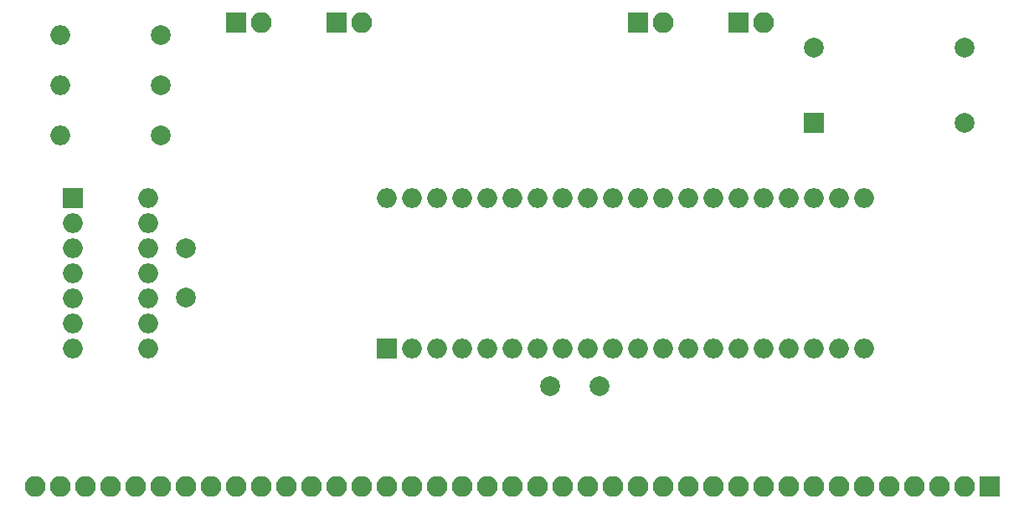
<source format=gts>
G04 #@! TF.FileFunction,Soldermask,Top*
%FSLAX46Y46*%
G04 Gerber Fmt 4.6, Leading zero omitted, Abs format (unit mm)*
G04 Created by KiCad (PCBNEW 4.0.6) date 05/15/17 21:37:23*
%MOMM*%
%LPD*%
G01*
G04 APERTURE LIST*
%ADD10C,0.100000*%
%ADD11R,2.100000X2.100000*%
%ADD12O,2.100000X2.100000*%
%ADD13C,2.000000*%
%ADD14O,2.000000X2.000000*%
%ADD15R,2.000000X2.000000*%
G04 APERTURE END LIST*
D10*
D11*
X190500000Y-139700000D03*
D12*
X187960000Y-139700000D03*
X185420000Y-139700000D03*
X182880000Y-139700000D03*
X180340000Y-139700000D03*
X177800000Y-139700000D03*
X175260000Y-139700000D03*
X172720000Y-139700000D03*
X170180000Y-139700000D03*
X167640000Y-139700000D03*
X165100000Y-139700000D03*
X162560000Y-139700000D03*
X160020000Y-139700000D03*
X157480000Y-139700000D03*
X154940000Y-139700000D03*
X152400000Y-139700000D03*
X149860000Y-139700000D03*
X147320000Y-139700000D03*
X144780000Y-139700000D03*
X142240000Y-139700000D03*
X139700000Y-139700000D03*
X137160000Y-139700000D03*
X134620000Y-139700000D03*
X132080000Y-139700000D03*
X129540000Y-139700000D03*
X127000000Y-139700000D03*
X124460000Y-139700000D03*
X121920000Y-139700000D03*
X119380000Y-139700000D03*
X116840000Y-139700000D03*
X114300000Y-139700000D03*
X111760000Y-139700000D03*
X109220000Y-139700000D03*
X106680000Y-139700000D03*
X104140000Y-139700000D03*
X101600000Y-139700000D03*
X99060000Y-139700000D03*
X96520000Y-139700000D03*
X93980000Y-139700000D03*
D11*
X124460000Y-92710000D03*
D12*
X127000000Y-92710000D03*
D11*
X114300000Y-92710000D03*
D12*
X116840000Y-92710000D03*
D13*
X106680000Y-93980000D03*
D14*
X96520000Y-93980000D03*
D13*
X106680000Y-99060000D03*
D14*
X96520000Y-99060000D03*
D13*
X106680000Y-104140000D03*
D14*
X96520000Y-104140000D03*
D15*
X129540000Y-125730000D03*
D14*
X177800000Y-110490000D03*
X132080000Y-125730000D03*
X175260000Y-110490000D03*
X134620000Y-125730000D03*
X172720000Y-110490000D03*
X137160000Y-125730000D03*
X170180000Y-110490000D03*
X139700000Y-125730000D03*
X167640000Y-110490000D03*
X142240000Y-125730000D03*
X165100000Y-110490000D03*
X144780000Y-125730000D03*
X162560000Y-110490000D03*
X147320000Y-125730000D03*
X160020000Y-110490000D03*
X149860000Y-125730000D03*
X157480000Y-110490000D03*
X152400000Y-125730000D03*
X154940000Y-110490000D03*
X154940000Y-125730000D03*
X152400000Y-110490000D03*
X157480000Y-125730000D03*
X149860000Y-110490000D03*
X160020000Y-125730000D03*
X147320000Y-110490000D03*
X162560000Y-125730000D03*
X144780000Y-110490000D03*
X165100000Y-125730000D03*
X142240000Y-110490000D03*
X167640000Y-125730000D03*
X139700000Y-110490000D03*
X170180000Y-125730000D03*
X137160000Y-110490000D03*
X172720000Y-125730000D03*
X134620000Y-110490000D03*
X175260000Y-125730000D03*
X132080000Y-110490000D03*
X177800000Y-125730000D03*
X129540000Y-110490000D03*
D15*
X97790000Y-110490000D03*
D14*
X105410000Y-125730000D03*
X97790000Y-113030000D03*
X105410000Y-123190000D03*
X97790000Y-115570000D03*
X105410000Y-120650000D03*
X97790000Y-118110000D03*
X105410000Y-118110000D03*
X97790000Y-120650000D03*
X105410000Y-115570000D03*
X97790000Y-123190000D03*
X105410000Y-113030000D03*
X97790000Y-125730000D03*
X105410000Y-110490000D03*
D13*
X109220000Y-115570000D03*
X109220000Y-120570000D03*
X146050000Y-129540000D03*
X151050000Y-129540000D03*
D11*
X165100000Y-92710000D03*
D12*
X167640000Y-92710000D03*
D11*
X154940000Y-92710000D03*
D12*
X157480000Y-92710000D03*
D15*
X172720000Y-102870000D03*
D13*
X172720000Y-95250000D03*
X187960000Y-95250000D03*
X187960000Y-102870000D03*
M02*

</source>
